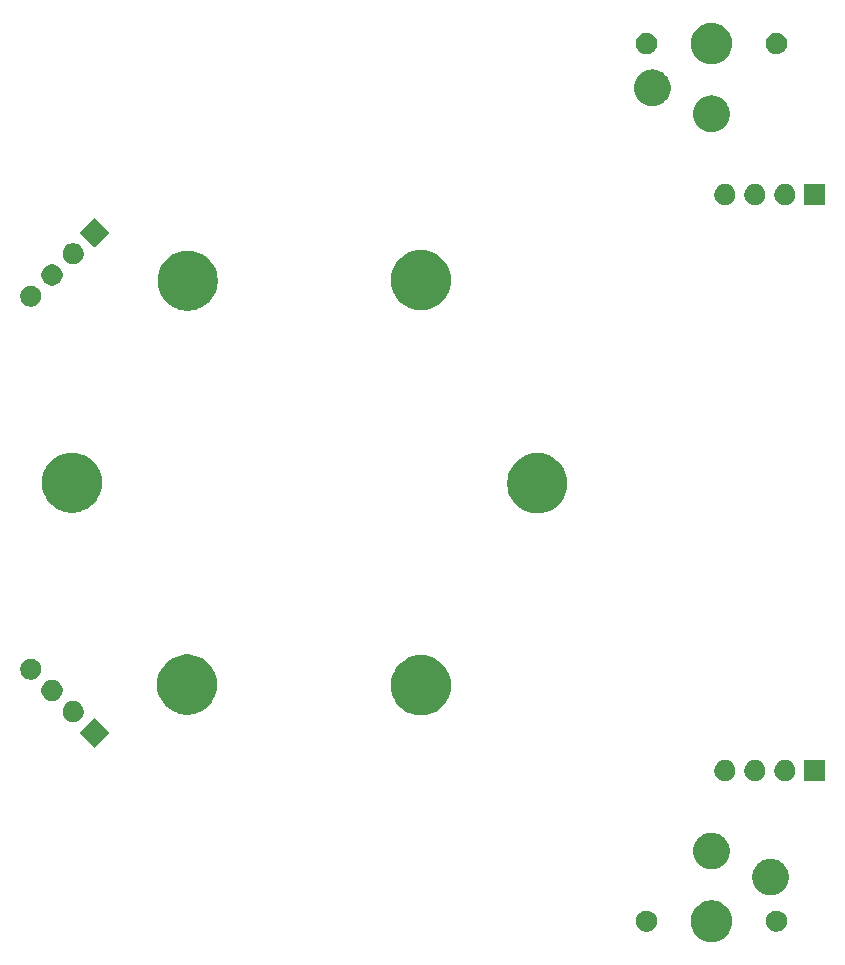
<source format=gbr>
G04 #@! TF.GenerationSoftware,KiCad,Pcbnew,9.0.2*
G04 #@! TF.CreationDate,2025-09-19T15:50:49-04:00*
G04 #@! TF.ProjectId,Trackball,54726163-6b62-4616-9c6c-2e6b69636164,rev?*
G04 #@! TF.SameCoordinates,Original*
G04 #@! TF.FileFunction,Soldermask,Top*
G04 #@! TF.FilePolarity,Negative*
%FSLAX46Y46*%
G04 Gerber Fmt 4.6, Leading zero omitted, Abs format (unit mm)*
G04 Created by KiCad (PCBNEW 9.0.2) date 2025-09-19 15:50:49*
%MOMM*%
%LPD*%
G01*
G04 APERTURE LIST*
G04 APERTURE END LIST*
G36*
X377187432Y-137002424D02*
G01*
X377410501Y-137062195D01*
X377623861Y-137150571D01*
X377823859Y-137266040D01*
X378007075Y-137406627D01*
X378170373Y-137569925D01*
X378310960Y-137753141D01*
X378426429Y-137953139D01*
X378514805Y-138166499D01*
X378574576Y-138389568D01*
X378604720Y-138618531D01*
X378604720Y-138849469D01*
X378574576Y-139078432D01*
X378514805Y-139301501D01*
X378426429Y-139514861D01*
X378310960Y-139714859D01*
X378170373Y-139898075D01*
X378007075Y-140061373D01*
X377823859Y-140201960D01*
X377623861Y-140317429D01*
X377410501Y-140405805D01*
X377187432Y-140465576D01*
X376958469Y-140495720D01*
X376727531Y-140495720D01*
X376498568Y-140465576D01*
X376275499Y-140405805D01*
X376062139Y-140317429D01*
X375862141Y-140201960D01*
X375678925Y-140061373D01*
X375515627Y-139898075D01*
X375375040Y-139714859D01*
X375259571Y-139514861D01*
X375171195Y-139301501D01*
X375111424Y-139078432D01*
X375081280Y-138849469D01*
X375081280Y-138618531D01*
X375111424Y-138389568D01*
X375171195Y-138166499D01*
X375259571Y-137953139D01*
X375375040Y-137753141D01*
X375515627Y-137569925D01*
X375678925Y-137406627D01*
X375862141Y-137266040D01*
X376062139Y-137150571D01*
X376275499Y-137062195D01*
X376498568Y-137002424D01*
X376727531Y-136972280D01*
X376958469Y-136972280D01*
X377187432Y-137002424D01*
G37*
G36*
X371604808Y-137870936D02*
G01*
X371768153Y-137938595D01*
X371915159Y-138036822D01*
X372040178Y-138161841D01*
X372138405Y-138308847D01*
X372206064Y-138472192D01*
X372240557Y-138645598D01*
X372240557Y-138822402D01*
X372206064Y-138995808D01*
X372138405Y-139159153D01*
X372040178Y-139306159D01*
X371915159Y-139431178D01*
X371768153Y-139529405D01*
X371604808Y-139597064D01*
X371431402Y-139631557D01*
X371254598Y-139631557D01*
X371081192Y-139597064D01*
X370917847Y-139529405D01*
X370770841Y-139431178D01*
X370645822Y-139306159D01*
X370547595Y-139159153D01*
X370479936Y-138995808D01*
X370445443Y-138822402D01*
X370445443Y-138645598D01*
X370479936Y-138472192D01*
X370547595Y-138308847D01*
X370645822Y-138161841D01*
X370770841Y-138036822D01*
X370917847Y-137938595D01*
X371081192Y-137870936D01*
X371254598Y-137836443D01*
X371431402Y-137836443D01*
X371604808Y-137870936D01*
G37*
G36*
X382604808Y-137870936D02*
G01*
X382768153Y-137938595D01*
X382915159Y-138036822D01*
X383040178Y-138161841D01*
X383138405Y-138308847D01*
X383206064Y-138472192D01*
X383240557Y-138645598D01*
X383240557Y-138822402D01*
X383206064Y-138995808D01*
X383138405Y-139159153D01*
X383040178Y-139306159D01*
X382915159Y-139431178D01*
X382768153Y-139529405D01*
X382604808Y-139597064D01*
X382431402Y-139631557D01*
X382254598Y-139631557D01*
X382081192Y-139597064D01*
X381917847Y-139529405D01*
X381770841Y-139431178D01*
X381645822Y-139306159D01*
X381547595Y-139159153D01*
X381479936Y-138995808D01*
X381445443Y-138822402D01*
X381445443Y-138645598D01*
X381479936Y-138472192D01*
X381547595Y-138308847D01*
X381645822Y-138161841D01*
X381770841Y-138036822D01*
X381917847Y-137938595D01*
X382081192Y-137870936D01*
X382254598Y-137836443D01*
X382431402Y-137836443D01*
X382604808Y-137870936D01*
G37*
G36*
X381953482Y-133437781D02*
G01*
X381964690Y-133437781D01*
X382019888Y-133446523D01*
X382145534Y-133463065D01*
X382176189Y-133471279D01*
X382205074Y-133475854D01*
X382260620Y-133493902D01*
X382341467Y-133515565D01*
X382393050Y-133536931D01*
X382436542Y-133551063D01*
X382477286Y-133571823D01*
X382528870Y-133593190D01*
X382601353Y-133635038D01*
X382653395Y-133661555D01*
X382677055Y-133678745D01*
X382704539Y-133694613D01*
X382805074Y-133771756D01*
X382850294Y-133804610D01*
X382858219Y-133812535D01*
X382865466Y-133818096D01*
X383008903Y-133961533D01*
X383014463Y-133968779D01*
X383022390Y-133976706D01*
X383055247Y-134021930D01*
X383132386Y-134122460D01*
X383148252Y-134149941D01*
X383165445Y-134173605D01*
X383191964Y-134225652D01*
X383233809Y-134298129D01*
X383255173Y-134349706D01*
X383275937Y-134390458D01*
X383290070Y-134433955D01*
X383311434Y-134485532D01*
X383333093Y-134566366D01*
X383351146Y-134621926D01*
X383355721Y-134650816D01*
X383363934Y-134681465D01*
X383380474Y-134807099D01*
X383389219Y-134862310D01*
X383389219Y-134873518D01*
X383390412Y-134882580D01*
X383390412Y-135085419D01*
X383389219Y-135094480D01*
X383389219Y-135105690D01*
X383380473Y-135160905D01*
X383363934Y-135286534D01*
X383355722Y-135317180D01*
X383351146Y-135346074D01*
X383333091Y-135401638D01*
X383311434Y-135482467D01*
X383290071Y-135534039D01*
X383275937Y-135577542D01*
X383255171Y-135618297D01*
X383233809Y-135669870D01*
X383191968Y-135742338D01*
X383165445Y-135794395D01*
X383148249Y-135818062D01*
X383132386Y-135845539D01*
X383055261Y-135946050D01*
X383022390Y-135991294D01*
X383014459Y-135999224D01*
X383008903Y-136006466D01*
X382865466Y-136149903D01*
X382858224Y-136155459D01*
X382850294Y-136163390D01*
X382805050Y-136196261D01*
X382704539Y-136273386D01*
X382677062Y-136289249D01*
X382653395Y-136306445D01*
X382601338Y-136332968D01*
X382528870Y-136374809D01*
X382477297Y-136396171D01*
X382436542Y-136416937D01*
X382393039Y-136431071D01*
X382341467Y-136452434D01*
X382260638Y-136474091D01*
X382205074Y-136492146D01*
X382176180Y-136496722D01*
X382145534Y-136504934D01*
X382019902Y-136521474D01*
X381964690Y-136530219D01*
X381953481Y-136530219D01*
X381944420Y-136531412D01*
X381741580Y-136531412D01*
X381732519Y-136530219D01*
X381721310Y-136530219D01*
X381666099Y-136521474D01*
X381540465Y-136504934D01*
X381509816Y-136496721D01*
X381480926Y-136492146D01*
X381425366Y-136474093D01*
X381344532Y-136452434D01*
X381292955Y-136431070D01*
X381249458Y-136416937D01*
X381208706Y-136396173D01*
X381157129Y-136374809D01*
X381084652Y-136332964D01*
X381032605Y-136306445D01*
X381008941Y-136289252D01*
X380981460Y-136273386D01*
X380880930Y-136196247D01*
X380835706Y-136163390D01*
X380827779Y-136155463D01*
X380820533Y-136149903D01*
X380677096Y-136006466D01*
X380671535Y-135999219D01*
X380663610Y-135991294D01*
X380630756Y-135946074D01*
X380553613Y-135845539D01*
X380537745Y-135818055D01*
X380520555Y-135794395D01*
X380494038Y-135742353D01*
X380452190Y-135669870D01*
X380430823Y-135618286D01*
X380410063Y-135577542D01*
X380395931Y-135534050D01*
X380374565Y-135482467D01*
X380352902Y-135401620D01*
X380334854Y-135346074D01*
X380330279Y-135317189D01*
X380322065Y-135286534D01*
X380305524Y-135160891D01*
X380296781Y-135105690D01*
X380296781Y-135094480D01*
X380295588Y-135085419D01*
X380295588Y-134882580D01*
X380296781Y-134873518D01*
X380296781Y-134862310D01*
X380305523Y-134807113D01*
X380322065Y-134681465D01*
X380330279Y-134650807D01*
X380334854Y-134621926D01*
X380352900Y-134566383D01*
X380374565Y-134485532D01*
X380395933Y-134433944D01*
X380410063Y-134390458D01*
X380430821Y-134349717D01*
X380452190Y-134298129D01*
X380494042Y-134225637D01*
X380520555Y-134173605D01*
X380537742Y-134149948D01*
X380553613Y-134122460D01*
X380630770Y-134021906D01*
X380663610Y-133976706D01*
X380671532Y-133968783D01*
X380677096Y-133961533D01*
X380820533Y-133818096D01*
X380827783Y-133812532D01*
X380835706Y-133804610D01*
X380880906Y-133771770D01*
X380981460Y-133694613D01*
X381008948Y-133678742D01*
X381032605Y-133661555D01*
X381084637Y-133635042D01*
X381157129Y-133593190D01*
X381208717Y-133571821D01*
X381249458Y-133551063D01*
X381292944Y-133536933D01*
X381344532Y-133515565D01*
X381425383Y-133493900D01*
X381480926Y-133475854D01*
X381509807Y-133471279D01*
X381540465Y-133463065D01*
X381666113Y-133446523D01*
X381721310Y-133437781D01*
X381732518Y-133437781D01*
X381741580Y-133436588D01*
X381944420Y-133436588D01*
X381953482Y-133437781D01*
G37*
G36*
X376953482Y-131237781D02*
G01*
X376964690Y-131237781D01*
X377019888Y-131246523D01*
X377145534Y-131263065D01*
X377176189Y-131271279D01*
X377205074Y-131275854D01*
X377260620Y-131293902D01*
X377341467Y-131315565D01*
X377393050Y-131336931D01*
X377436542Y-131351063D01*
X377477286Y-131371823D01*
X377528870Y-131393190D01*
X377601353Y-131435038D01*
X377653395Y-131461555D01*
X377677055Y-131478745D01*
X377704539Y-131494613D01*
X377805074Y-131571756D01*
X377850294Y-131604610D01*
X377858219Y-131612535D01*
X377865466Y-131618096D01*
X378008903Y-131761533D01*
X378014463Y-131768779D01*
X378022390Y-131776706D01*
X378055247Y-131821930D01*
X378132386Y-131922460D01*
X378148252Y-131949941D01*
X378165445Y-131973605D01*
X378191964Y-132025652D01*
X378233809Y-132098129D01*
X378255173Y-132149706D01*
X378275937Y-132190458D01*
X378290070Y-132233955D01*
X378311434Y-132285532D01*
X378333093Y-132366366D01*
X378351146Y-132421926D01*
X378355721Y-132450816D01*
X378363934Y-132481465D01*
X378380474Y-132607099D01*
X378389219Y-132662310D01*
X378389219Y-132673518D01*
X378390412Y-132682580D01*
X378390412Y-132885419D01*
X378389219Y-132894480D01*
X378389219Y-132905690D01*
X378380473Y-132960905D01*
X378363934Y-133086534D01*
X378355722Y-133117180D01*
X378351146Y-133146074D01*
X378333091Y-133201638D01*
X378311434Y-133282467D01*
X378290071Y-133334039D01*
X378275937Y-133377542D01*
X378255171Y-133418297D01*
X378233809Y-133469870D01*
X378191968Y-133542338D01*
X378165445Y-133594395D01*
X378148249Y-133618062D01*
X378132386Y-133645539D01*
X378055261Y-133746050D01*
X378022390Y-133791294D01*
X378014459Y-133799224D01*
X378008903Y-133806466D01*
X377865466Y-133949903D01*
X377858224Y-133955459D01*
X377850294Y-133963390D01*
X377805050Y-133996261D01*
X377704539Y-134073386D01*
X377677062Y-134089249D01*
X377653395Y-134106445D01*
X377601338Y-134132968D01*
X377528870Y-134174809D01*
X377477297Y-134196171D01*
X377436542Y-134216937D01*
X377393039Y-134231071D01*
X377341467Y-134252434D01*
X377260638Y-134274091D01*
X377205074Y-134292146D01*
X377176180Y-134296722D01*
X377145534Y-134304934D01*
X377019902Y-134321474D01*
X376964690Y-134330219D01*
X376953481Y-134330219D01*
X376944420Y-134331412D01*
X376741580Y-134331412D01*
X376732519Y-134330219D01*
X376721310Y-134330219D01*
X376666099Y-134321474D01*
X376540465Y-134304934D01*
X376509816Y-134296721D01*
X376480926Y-134292146D01*
X376425366Y-134274093D01*
X376344532Y-134252434D01*
X376292955Y-134231070D01*
X376249458Y-134216937D01*
X376208706Y-134196173D01*
X376157129Y-134174809D01*
X376084652Y-134132964D01*
X376032605Y-134106445D01*
X376008941Y-134089252D01*
X375981460Y-134073386D01*
X375880930Y-133996247D01*
X375835706Y-133963390D01*
X375827779Y-133955463D01*
X375820533Y-133949903D01*
X375677096Y-133806466D01*
X375671535Y-133799219D01*
X375663610Y-133791294D01*
X375630756Y-133746074D01*
X375553613Y-133645539D01*
X375537745Y-133618055D01*
X375520555Y-133594395D01*
X375494038Y-133542353D01*
X375452190Y-133469870D01*
X375430823Y-133418286D01*
X375410063Y-133377542D01*
X375395931Y-133334050D01*
X375374565Y-133282467D01*
X375352902Y-133201620D01*
X375334854Y-133146074D01*
X375330279Y-133117189D01*
X375322065Y-133086534D01*
X375305524Y-132960891D01*
X375296781Y-132905690D01*
X375296781Y-132894480D01*
X375295588Y-132885419D01*
X375295588Y-132682580D01*
X375296781Y-132673518D01*
X375296781Y-132662310D01*
X375305523Y-132607113D01*
X375322065Y-132481465D01*
X375330279Y-132450807D01*
X375334854Y-132421926D01*
X375352900Y-132366383D01*
X375374565Y-132285532D01*
X375395933Y-132233944D01*
X375410063Y-132190458D01*
X375430821Y-132149717D01*
X375452190Y-132098129D01*
X375494042Y-132025637D01*
X375520555Y-131973605D01*
X375537742Y-131949948D01*
X375553613Y-131922460D01*
X375630770Y-131821906D01*
X375663610Y-131776706D01*
X375671532Y-131768783D01*
X375677096Y-131761533D01*
X375820533Y-131618096D01*
X375827783Y-131612532D01*
X375835706Y-131604610D01*
X375880906Y-131571770D01*
X375981460Y-131494613D01*
X376008948Y-131478742D01*
X376032605Y-131461555D01*
X376084637Y-131435042D01*
X376157129Y-131393190D01*
X376208717Y-131371821D01*
X376249458Y-131351063D01*
X376292944Y-131336933D01*
X376344532Y-131315565D01*
X376425383Y-131293900D01*
X376480926Y-131275854D01*
X376509807Y-131271279D01*
X376540465Y-131263065D01*
X376666113Y-131246523D01*
X376721310Y-131237781D01*
X376732518Y-131237781D01*
X376741580Y-131236588D01*
X376944420Y-131236588D01*
X376953482Y-131237781D01*
G37*
G36*
X386462517Y-125086882D02*
G01*
X386479062Y-125097938D01*
X386490118Y-125114483D01*
X386494000Y-125134000D01*
X386494000Y-126834000D01*
X386490118Y-126853517D01*
X386479062Y-126870062D01*
X386462517Y-126881118D01*
X386443000Y-126885000D01*
X384743000Y-126885000D01*
X384723483Y-126881118D01*
X384706938Y-126870062D01*
X384695882Y-126853517D01*
X384692000Y-126834000D01*
X384692000Y-125134000D01*
X384695882Y-125114483D01*
X384706938Y-125097938D01*
X384723483Y-125086882D01*
X384743000Y-125083000D01*
X386443000Y-125083000D01*
X386462517Y-125086882D01*
G37*
G36*
X378234546Y-125121797D02*
G01*
X378397728Y-125189389D01*
X378544588Y-125287518D01*
X378669482Y-125412412D01*
X378767611Y-125559272D01*
X378835203Y-125722454D01*
X378869661Y-125895687D01*
X378869661Y-126072313D01*
X378835203Y-126245546D01*
X378767611Y-126408728D01*
X378669482Y-126555588D01*
X378544588Y-126680482D01*
X378397728Y-126778611D01*
X378234546Y-126846203D01*
X378061313Y-126880661D01*
X377884687Y-126880661D01*
X377711454Y-126846203D01*
X377548272Y-126778611D01*
X377401412Y-126680482D01*
X377276518Y-126555588D01*
X377178389Y-126408728D01*
X377110797Y-126245546D01*
X377076339Y-126072313D01*
X377076339Y-125895687D01*
X377110797Y-125722454D01*
X377178389Y-125559272D01*
X377276518Y-125412412D01*
X377401412Y-125287518D01*
X377548272Y-125189389D01*
X377711454Y-125121797D01*
X377884687Y-125087339D01*
X378061313Y-125087339D01*
X378234546Y-125121797D01*
G37*
G36*
X380774546Y-125121797D02*
G01*
X380937728Y-125189389D01*
X381084588Y-125287518D01*
X381209482Y-125412412D01*
X381307611Y-125559272D01*
X381375203Y-125722454D01*
X381409661Y-125895687D01*
X381409661Y-126072313D01*
X381375203Y-126245546D01*
X381307611Y-126408728D01*
X381209482Y-126555588D01*
X381084588Y-126680482D01*
X380937728Y-126778611D01*
X380774546Y-126846203D01*
X380601313Y-126880661D01*
X380424687Y-126880661D01*
X380251454Y-126846203D01*
X380088272Y-126778611D01*
X379941412Y-126680482D01*
X379816518Y-126555588D01*
X379718389Y-126408728D01*
X379650797Y-126245546D01*
X379616339Y-126072313D01*
X379616339Y-125895687D01*
X379650797Y-125722454D01*
X379718389Y-125559272D01*
X379816518Y-125412412D01*
X379941412Y-125287518D01*
X380088272Y-125189389D01*
X380251454Y-125121797D01*
X380424687Y-125087339D01*
X380601313Y-125087339D01*
X380774546Y-125121797D01*
G37*
G36*
X383314546Y-125121797D02*
G01*
X383477728Y-125189389D01*
X383624588Y-125287518D01*
X383749482Y-125412412D01*
X383847611Y-125559272D01*
X383915203Y-125722454D01*
X383949661Y-125895687D01*
X383949661Y-126072313D01*
X383915203Y-126245546D01*
X383847611Y-126408728D01*
X383749482Y-126555588D01*
X383624588Y-126680482D01*
X383477728Y-126778611D01*
X383314546Y-126846203D01*
X383141313Y-126880661D01*
X382964687Y-126880661D01*
X382791454Y-126846203D01*
X382628272Y-126778611D01*
X382481412Y-126680482D01*
X382356518Y-126555588D01*
X382258389Y-126408728D01*
X382190797Y-126245546D01*
X382156339Y-126072313D01*
X382156339Y-125895687D01*
X382190797Y-125722454D01*
X382258389Y-125559272D01*
X382356518Y-125412412D01*
X382481412Y-125287518D01*
X382628272Y-125189389D01*
X382791454Y-125121797D01*
X382964687Y-125087339D01*
X383141313Y-125087339D01*
X383314546Y-125121797D01*
G37*
G36*
X324618466Y-121536851D02*
G01*
X324635011Y-121547907D01*
X325837093Y-122749989D01*
X325848149Y-122766534D01*
X325852030Y-122786051D01*
X325848149Y-122805568D01*
X325837093Y-122822113D01*
X324635011Y-124024195D01*
X324618466Y-124035251D01*
X324598949Y-124039132D01*
X324579432Y-124035251D01*
X324562887Y-124024195D01*
X323360805Y-122822113D01*
X323349749Y-122805568D01*
X323345868Y-122786051D01*
X323349749Y-122766534D01*
X323360805Y-122749989D01*
X324224734Y-121886060D01*
X324554182Y-121556611D01*
X324554185Y-121556608D01*
X324562887Y-121547907D01*
X324579432Y-121536851D01*
X324598949Y-121532970D01*
X324618466Y-121536851D01*
G37*
G36*
X323064444Y-120127797D02*
G01*
X323227626Y-120195389D01*
X323374486Y-120293518D01*
X323499380Y-120418412D01*
X323597509Y-120565272D01*
X323665101Y-120728454D01*
X323699559Y-120901687D01*
X323699559Y-121078313D01*
X323665101Y-121251546D01*
X323597509Y-121414728D01*
X323499380Y-121561588D01*
X323374486Y-121686482D01*
X323227626Y-121784611D01*
X323064444Y-121852203D01*
X322891211Y-121886661D01*
X322714585Y-121886661D01*
X322541352Y-121852203D01*
X322378170Y-121784611D01*
X322231310Y-121686482D01*
X322106416Y-121561588D01*
X322008287Y-121414728D01*
X321940695Y-121251546D01*
X321906237Y-121078313D01*
X321906237Y-120901687D01*
X321940695Y-120728454D01*
X322008287Y-120565272D01*
X322106416Y-120418412D01*
X322231310Y-120293518D01*
X322378170Y-120195389D01*
X322541352Y-120127797D01*
X322714585Y-120093339D01*
X322891211Y-120093339D01*
X323064444Y-120127797D01*
G37*
G36*
X352677308Y-116235043D02*
G01*
X352956207Y-116298700D01*
X353226225Y-116393183D01*
X353483967Y-116517305D01*
X353726190Y-116669504D01*
X353949850Y-116847867D01*
X354152133Y-117050150D01*
X354330496Y-117273810D01*
X354482695Y-117516033D01*
X354606817Y-117773775D01*
X354701300Y-118043793D01*
X354764957Y-118322692D01*
X354796987Y-118606964D01*
X354796987Y-118893036D01*
X354764957Y-119177308D01*
X354701300Y-119456207D01*
X354606817Y-119726225D01*
X354482695Y-119983967D01*
X354330496Y-120226190D01*
X354152133Y-120449850D01*
X353949850Y-120652133D01*
X353726190Y-120830496D01*
X353483967Y-120982695D01*
X353226225Y-121106817D01*
X352956207Y-121201300D01*
X352677308Y-121264957D01*
X352393036Y-121296987D01*
X352106964Y-121296987D01*
X351822692Y-121264957D01*
X351543793Y-121201300D01*
X351273775Y-121106817D01*
X351016033Y-120982695D01*
X350773810Y-120830496D01*
X350550150Y-120652133D01*
X350347867Y-120449850D01*
X350169504Y-120226190D01*
X350017305Y-119983967D01*
X349893183Y-119726225D01*
X349798700Y-119456207D01*
X349735043Y-119177308D01*
X349703013Y-118893036D01*
X349703013Y-118606964D01*
X349735043Y-118322692D01*
X349798700Y-118043793D01*
X349893183Y-117773775D01*
X350017305Y-117516033D01*
X350169504Y-117273810D01*
X350347867Y-117050150D01*
X350550150Y-116847867D01*
X350773810Y-116669504D01*
X351016033Y-116517305D01*
X351273775Y-116393183D01*
X351543793Y-116298700D01*
X351822692Y-116235043D01*
X352106964Y-116203013D01*
X352393036Y-116203013D01*
X352677308Y-116235043D01*
G37*
G36*
X332877308Y-116185043D02*
G01*
X333156207Y-116248700D01*
X333426225Y-116343183D01*
X333683967Y-116467305D01*
X333926190Y-116619504D01*
X334149850Y-116797867D01*
X334352133Y-117000150D01*
X334530496Y-117223810D01*
X334682695Y-117466033D01*
X334806817Y-117723775D01*
X334901300Y-117993793D01*
X334964957Y-118272692D01*
X334996987Y-118556964D01*
X334996987Y-118843036D01*
X334964957Y-119127308D01*
X334901300Y-119406207D01*
X334806817Y-119676225D01*
X334682695Y-119933967D01*
X334530496Y-120176190D01*
X334352133Y-120399850D01*
X334149850Y-120602133D01*
X333926190Y-120780496D01*
X333683967Y-120932695D01*
X333426225Y-121056817D01*
X333156207Y-121151300D01*
X332877308Y-121214957D01*
X332593036Y-121246987D01*
X332306964Y-121246987D01*
X332022692Y-121214957D01*
X331743793Y-121151300D01*
X331473775Y-121056817D01*
X331216033Y-120932695D01*
X330973810Y-120780496D01*
X330750150Y-120602133D01*
X330547867Y-120399850D01*
X330369504Y-120176190D01*
X330217305Y-119933967D01*
X330093183Y-119676225D01*
X329998700Y-119406207D01*
X329935043Y-119127308D01*
X329903013Y-118843036D01*
X329903013Y-118556964D01*
X329935043Y-118272692D01*
X329998700Y-117993793D01*
X330093183Y-117723775D01*
X330217305Y-117466033D01*
X330369504Y-117223810D01*
X330547867Y-117000150D01*
X330750150Y-116797867D01*
X330973810Y-116619504D01*
X331216033Y-116467305D01*
X331473775Y-116343183D01*
X331743793Y-116248700D01*
X332022692Y-116185043D01*
X332306964Y-116153013D01*
X332593036Y-116153013D01*
X332877308Y-116185043D01*
G37*
G36*
X321268393Y-118331746D02*
G01*
X321431575Y-118399338D01*
X321578435Y-118497467D01*
X321703329Y-118622361D01*
X321801458Y-118769221D01*
X321869050Y-118932403D01*
X321903508Y-119105636D01*
X321903508Y-119282262D01*
X321869050Y-119455495D01*
X321801458Y-119618677D01*
X321703329Y-119765537D01*
X321578435Y-119890431D01*
X321431575Y-119988560D01*
X321268393Y-120056152D01*
X321095160Y-120090610D01*
X320918534Y-120090610D01*
X320745301Y-120056152D01*
X320582119Y-119988560D01*
X320435259Y-119890431D01*
X320310365Y-119765537D01*
X320212236Y-119618677D01*
X320144644Y-119455495D01*
X320110186Y-119282262D01*
X320110186Y-119105636D01*
X320144644Y-118932403D01*
X320212236Y-118769221D01*
X320310365Y-118622361D01*
X320435259Y-118497467D01*
X320582119Y-118399338D01*
X320745301Y-118331746D01*
X320918534Y-118297288D01*
X321095160Y-118297288D01*
X321268393Y-118331746D01*
G37*
G36*
X319472341Y-116535694D02*
G01*
X319635523Y-116603286D01*
X319782383Y-116701415D01*
X319907277Y-116826309D01*
X320005406Y-116973169D01*
X320072998Y-117136351D01*
X320107456Y-117309584D01*
X320107456Y-117486210D01*
X320072998Y-117659443D01*
X320005406Y-117822625D01*
X319907277Y-117969485D01*
X319782383Y-118094379D01*
X319635523Y-118192508D01*
X319472341Y-118260100D01*
X319299108Y-118294558D01*
X319122482Y-118294558D01*
X318949249Y-118260100D01*
X318786067Y-118192508D01*
X318639207Y-118094379D01*
X318514313Y-117969485D01*
X318416184Y-117822625D01*
X318348592Y-117659443D01*
X318314134Y-117486210D01*
X318314134Y-117309584D01*
X318348592Y-117136351D01*
X318416184Y-116973169D01*
X318514313Y-116826309D01*
X318639207Y-116701415D01*
X318786067Y-116603286D01*
X318949249Y-116535694D01*
X319122482Y-116501236D01*
X319299108Y-116501236D01*
X319472341Y-116535694D01*
G37*
G36*
X362527308Y-99135043D02*
G01*
X362806207Y-99198700D01*
X363076225Y-99293183D01*
X363333967Y-99417305D01*
X363576190Y-99569504D01*
X363799850Y-99747867D01*
X364002133Y-99950150D01*
X364180496Y-100173810D01*
X364332695Y-100416033D01*
X364456817Y-100673775D01*
X364551300Y-100943793D01*
X364614957Y-101222692D01*
X364646987Y-101506964D01*
X364646987Y-101793036D01*
X364614957Y-102077308D01*
X364551300Y-102356207D01*
X364456817Y-102626225D01*
X364332695Y-102883967D01*
X364180496Y-103126190D01*
X364002133Y-103349850D01*
X363799850Y-103552133D01*
X363576190Y-103730496D01*
X363333967Y-103882695D01*
X363076225Y-104006817D01*
X362806207Y-104101300D01*
X362527308Y-104164957D01*
X362243036Y-104196987D01*
X361956964Y-104196987D01*
X361672692Y-104164957D01*
X361393793Y-104101300D01*
X361123775Y-104006817D01*
X360866033Y-103882695D01*
X360623810Y-103730496D01*
X360400150Y-103552133D01*
X360197867Y-103349850D01*
X360019504Y-103126190D01*
X359867305Y-102883967D01*
X359743183Y-102626225D01*
X359648700Y-102356207D01*
X359585043Y-102077308D01*
X359553013Y-101793036D01*
X359553013Y-101506964D01*
X359585043Y-101222692D01*
X359648700Y-100943793D01*
X359743183Y-100673775D01*
X359867305Y-100416033D01*
X360019504Y-100173810D01*
X360197867Y-99950150D01*
X360400150Y-99747867D01*
X360623810Y-99569504D01*
X360866033Y-99417305D01*
X361123775Y-99293183D01*
X361393793Y-99198700D01*
X361672692Y-99135043D01*
X361956964Y-99103013D01*
X362243036Y-99103013D01*
X362527308Y-99135043D01*
G37*
G36*
X323127308Y-99085043D02*
G01*
X323406207Y-99148700D01*
X323676225Y-99243183D01*
X323933967Y-99367305D01*
X324176190Y-99519504D01*
X324399850Y-99697867D01*
X324602133Y-99900150D01*
X324780496Y-100123810D01*
X324932695Y-100366033D01*
X325056817Y-100623775D01*
X325151300Y-100893793D01*
X325214957Y-101172692D01*
X325246987Y-101456964D01*
X325246987Y-101743036D01*
X325214957Y-102027308D01*
X325151300Y-102306207D01*
X325056817Y-102576225D01*
X324932695Y-102833967D01*
X324780496Y-103076190D01*
X324602133Y-103299850D01*
X324399850Y-103502133D01*
X324176190Y-103680496D01*
X323933967Y-103832695D01*
X323676225Y-103956817D01*
X323406207Y-104051300D01*
X323127308Y-104114957D01*
X322843036Y-104146987D01*
X322556964Y-104146987D01*
X322272692Y-104114957D01*
X321993793Y-104051300D01*
X321723775Y-103956817D01*
X321466033Y-103832695D01*
X321223810Y-103680496D01*
X321000150Y-103502133D01*
X320797867Y-103299850D01*
X320619504Y-103076190D01*
X320467305Y-102833967D01*
X320343183Y-102576225D01*
X320248700Y-102306207D01*
X320185043Y-102027308D01*
X320153013Y-101743036D01*
X320153013Y-101456964D01*
X320185043Y-101172692D01*
X320248700Y-100893793D01*
X320343183Y-100623775D01*
X320467305Y-100366033D01*
X320619504Y-100123810D01*
X320797867Y-99900150D01*
X321000150Y-99697867D01*
X321223810Y-99519504D01*
X321466033Y-99367305D01*
X321723775Y-99243183D01*
X321993793Y-99148700D01*
X322272692Y-99085043D01*
X322556964Y-99053013D01*
X322843036Y-99053013D01*
X323127308Y-99085043D01*
G37*
G36*
X332927308Y-81985043D02*
G01*
X333206207Y-82048700D01*
X333476225Y-82143183D01*
X333733967Y-82267305D01*
X333976190Y-82419504D01*
X334199850Y-82597867D01*
X334402133Y-82800150D01*
X334580496Y-83023810D01*
X334732695Y-83266033D01*
X334856817Y-83523775D01*
X334951300Y-83793793D01*
X335014957Y-84072692D01*
X335046987Y-84356964D01*
X335046987Y-84643036D01*
X335014957Y-84927308D01*
X334951300Y-85206207D01*
X334856817Y-85476225D01*
X334732695Y-85733967D01*
X334580496Y-85976190D01*
X334402133Y-86199850D01*
X334199850Y-86402133D01*
X333976190Y-86580496D01*
X333733967Y-86732695D01*
X333476225Y-86856817D01*
X333206207Y-86951300D01*
X332927308Y-87014957D01*
X332643036Y-87046987D01*
X332356964Y-87046987D01*
X332072692Y-87014957D01*
X331793793Y-86951300D01*
X331523775Y-86856817D01*
X331266033Y-86732695D01*
X331023810Y-86580496D01*
X330800150Y-86402133D01*
X330597867Y-86199850D01*
X330419504Y-85976190D01*
X330267305Y-85733967D01*
X330143183Y-85476225D01*
X330048700Y-85206207D01*
X329985043Y-84927308D01*
X329953013Y-84643036D01*
X329953013Y-84356964D01*
X329985043Y-84072692D01*
X330048700Y-83793793D01*
X330143183Y-83523775D01*
X330267305Y-83266033D01*
X330419504Y-83023810D01*
X330597867Y-82800150D01*
X330800150Y-82597867D01*
X331023810Y-82419504D01*
X331266033Y-82267305D01*
X331523775Y-82143183D01*
X331793793Y-82048700D01*
X332072692Y-81985043D01*
X332356964Y-81953013D01*
X332643036Y-81953013D01*
X332927308Y-81985043D01*
G37*
G36*
X352677308Y-81935043D02*
G01*
X352956207Y-81998700D01*
X353226225Y-82093183D01*
X353483967Y-82217305D01*
X353726190Y-82369504D01*
X353949850Y-82547867D01*
X354152133Y-82750150D01*
X354330496Y-82973810D01*
X354482695Y-83216033D01*
X354606817Y-83473775D01*
X354701300Y-83743793D01*
X354764957Y-84022692D01*
X354796987Y-84306964D01*
X354796987Y-84593036D01*
X354764957Y-84877308D01*
X354701300Y-85156207D01*
X354606817Y-85426225D01*
X354482695Y-85683967D01*
X354330496Y-85926190D01*
X354152133Y-86149850D01*
X353949850Y-86352133D01*
X353726190Y-86530496D01*
X353483967Y-86682695D01*
X353226225Y-86806817D01*
X352956207Y-86901300D01*
X352677308Y-86964957D01*
X352393036Y-86996987D01*
X352106964Y-86996987D01*
X351822692Y-86964957D01*
X351543793Y-86901300D01*
X351273775Y-86806817D01*
X351016033Y-86682695D01*
X350773810Y-86530496D01*
X350550150Y-86352133D01*
X350347867Y-86149850D01*
X350169504Y-85926190D01*
X350017305Y-85683967D01*
X349893183Y-85426225D01*
X349798700Y-85156207D01*
X349735043Y-84877308D01*
X349703013Y-84593036D01*
X349703013Y-84306964D01*
X349735043Y-84022692D01*
X349798700Y-83743793D01*
X349893183Y-83473775D01*
X350017305Y-83216033D01*
X350169504Y-82973810D01*
X350347867Y-82750150D01*
X350550150Y-82547867D01*
X350773810Y-82369504D01*
X351016033Y-82217305D01*
X351273775Y-82093183D01*
X351543793Y-81998700D01*
X351822692Y-81935043D01*
X352106964Y-81903013D01*
X352393036Y-81903013D01*
X352677308Y-81935043D01*
G37*
G36*
X319472341Y-84949900D02*
G01*
X319635523Y-85017492D01*
X319782383Y-85115621D01*
X319907277Y-85240515D01*
X320005406Y-85387375D01*
X320072998Y-85550557D01*
X320107456Y-85723790D01*
X320107456Y-85900416D01*
X320072998Y-86073649D01*
X320005406Y-86236831D01*
X319907277Y-86383691D01*
X319782383Y-86508585D01*
X319635523Y-86606714D01*
X319472341Y-86674306D01*
X319299108Y-86708764D01*
X319122482Y-86708764D01*
X318949249Y-86674306D01*
X318786067Y-86606714D01*
X318639207Y-86508585D01*
X318514313Y-86383691D01*
X318416184Y-86236831D01*
X318348592Y-86073649D01*
X318314134Y-85900416D01*
X318314134Y-85723790D01*
X318348592Y-85550557D01*
X318416184Y-85387375D01*
X318514313Y-85240515D01*
X318639207Y-85115621D01*
X318786067Y-85017492D01*
X318949249Y-84949900D01*
X319122482Y-84915442D01*
X319299108Y-84915442D01*
X319472341Y-84949900D01*
G37*
G36*
X321268393Y-83153848D02*
G01*
X321431575Y-83221440D01*
X321578435Y-83319569D01*
X321703329Y-83444463D01*
X321801458Y-83591323D01*
X321869050Y-83754505D01*
X321903508Y-83927738D01*
X321903508Y-84104364D01*
X321869050Y-84277597D01*
X321801458Y-84440779D01*
X321703329Y-84587639D01*
X321578435Y-84712533D01*
X321431575Y-84810662D01*
X321268393Y-84878254D01*
X321095160Y-84912712D01*
X320918534Y-84912712D01*
X320745301Y-84878254D01*
X320582119Y-84810662D01*
X320435259Y-84712533D01*
X320310365Y-84587639D01*
X320212236Y-84440779D01*
X320144644Y-84277597D01*
X320110186Y-84104364D01*
X320110186Y-83927738D01*
X320144644Y-83754505D01*
X320212236Y-83591323D01*
X320310365Y-83444463D01*
X320435259Y-83319569D01*
X320582119Y-83221440D01*
X320745301Y-83153848D01*
X320918534Y-83119390D01*
X321095160Y-83119390D01*
X321268393Y-83153848D01*
G37*
G36*
X323064444Y-81357797D02*
G01*
X323227626Y-81425389D01*
X323374486Y-81523518D01*
X323499380Y-81648412D01*
X323597509Y-81795272D01*
X323665101Y-81958454D01*
X323699559Y-82131687D01*
X323699559Y-82308313D01*
X323665101Y-82481546D01*
X323597509Y-82644728D01*
X323499380Y-82791588D01*
X323374486Y-82916482D01*
X323227626Y-83014611D01*
X323064444Y-83082203D01*
X322891211Y-83116661D01*
X322714585Y-83116661D01*
X322541352Y-83082203D01*
X322378170Y-83014611D01*
X322231310Y-82916482D01*
X322106416Y-82791588D01*
X322008287Y-82644728D01*
X321940695Y-82481546D01*
X321906237Y-82308313D01*
X321906237Y-82131687D01*
X321940695Y-81958454D01*
X322008287Y-81795272D01*
X322106416Y-81648412D01*
X322231310Y-81523518D01*
X322378170Y-81425389D01*
X322541352Y-81357797D01*
X322714585Y-81323339D01*
X322891211Y-81323339D01*
X323064444Y-81357797D01*
G37*
G36*
X324618466Y-79174749D02*
G01*
X324635011Y-79185805D01*
X325837093Y-80387887D01*
X325848149Y-80404432D01*
X325852030Y-80423949D01*
X325848149Y-80443466D01*
X325837093Y-80460011D01*
X324635011Y-81662093D01*
X324618466Y-81673149D01*
X324598949Y-81677030D01*
X324579432Y-81673149D01*
X324562887Y-81662093D01*
X323360805Y-80460011D01*
X323349749Y-80443466D01*
X323345868Y-80423949D01*
X323349749Y-80404432D01*
X323360805Y-80387887D01*
X323961846Y-79786846D01*
X324554182Y-79194509D01*
X324554185Y-79194506D01*
X324562887Y-79185805D01*
X324579432Y-79174749D01*
X324598949Y-79170868D01*
X324618466Y-79174749D01*
G37*
G36*
X386462517Y-76318882D02*
G01*
X386479062Y-76329938D01*
X386490118Y-76346483D01*
X386494000Y-76366000D01*
X386494000Y-78066000D01*
X386490118Y-78085517D01*
X386479062Y-78102062D01*
X386462517Y-78113118D01*
X386443000Y-78117000D01*
X384743000Y-78117000D01*
X384723483Y-78113118D01*
X384706938Y-78102062D01*
X384695882Y-78085517D01*
X384692000Y-78066000D01*
X384692000Y-76366000D01*
X384695882Y-76346483D01*
X384706938Y-76329938D01*
X384723483Y-76318882D01*
X384743000Y-76315000D01*
X386443000Y-76315000D01*
X386462517Y-76318882D01*
G37*
G36*
X378234546Y-76353797D02*
G01*
X378397728Y-76421389D01*
X378544588Y-76519518D01*
X378669482Y-76644412D01*
X378767611Y-76791272D01*
X378835203Y-76954454D01*
X378869661Y-77127687D01*
X378869661Y-77304313D01*
X378835203Y-77477546D01*
X378767611Y-77640728D01*
X378669482Y-77787588D01*
X378544588Y-77912482D01*
X378397728Y-78010611D01*
X378234546Y-78078203D01*
X378061313Y-78112661D01*
X377884687Y-78112661D01*
X377711454Y-78078203D01*
X377548272Y-78010611D01*
X377401412Y-77912482D01*
X377276518Y-77787588D01*
X377178389Y-77640728D01*
X377110797Y-77477546D01*
X377076339Y-77304313D01*
X377076339Y-77127687D01*
X377110797Y-76954454D01*
X377178389Y-76791272D01*
X377276518Y-76644412D01*
X377401412Y-76519518D01*
X377548272Y-76421389D01*
X377711454Y-76353797D01*
X377884687Y-76319339D01*
X378061313Y-76319339D01*
X378234546Y-76353797D01*
G37*
G36*
X380774546Y-76353797D02*
G01*
X380937728Y-76421389D01*
X381084588Y-76519518D01*
X381209482Y-76644412D01*
X381307611Y-76791272D01*
X381375203Y-76954454D01*
X381409661Y-77127687D01*
X381409661Y-77304313D01*
X381375203Y-77477546D01*
X381307611Y-77640728D01*
X381209482Y-77787588D01*
X381084588Y-77912482D01*
X380937728Y-78010611D01*
X380774546Y-78078203D01*
X380601313Y-78112661D01*
X380424687Y-78112661D01*
X380251454Y-78078203D01*
X380088272Y-78010611D01*
X379941412Y-77912482D01*
X379816518Y-77787588D01*
X379718389Y-77640728D01*
X379650797Y-77477546D01*
X379616339Y-77304313D01*
X379616339Y-77127687D01*
X379650797Y-76954454D01*
X379718389Y-76791272D01*
X379816518Y-76644412D01*
X379941412Y-76519518D01*
X380088272Y-76421389D01*
X380251454Y-76353797D01*
X380424687Y-76319339D01*
X380601313Y-76319339D01*
X380774546Y-76353797D01*
G37*
G36*
X383314546Y-76353797D02*
G01*
X383477728Y-76421389D01*
X383624588Y-76519518D01*
X383749482Y-76644412D01*
X383847611Y-76791272D01*
X383915203Y-76954454D01*
X383949661Y-77127687D01*
X383949661Y-77304313D01*
X383915203Y-77477546D01*
X383847611Y-77640728D01*
X383749482Y-77787588D01*
X383624588Y-77912482D01*
X383477728Y-78010611D01*
X383314546Y-78078203D01*
X383141313Y-78112661D01*
X382964687Y-78112661D01*
X382791454Y-78078203D01*
X382628272Y-78010611D01*
X382481412Y-77912482D01*
X382356518Y-77787588D01*
X382258389Y-77640728D01*
X382190797Y-77477546D01*
X382156339Y-77304313D01*
X382156339Y-77127687D01*
X382190797Y-76954454D01*
X382258389Y-76791272D01*
X382356518Y-76644412D01*
X382481412Y-76519518D01*
X382628272Y-76421389D01*
X382791454Y-76353797D01*
X382964687Y-76319339D01*
X383141313Y-76319339D01*
X383314546Y-76353797D01*
G37*
G36*
X376953482Y-68819781D02*
G01*
X376964690Y-68819781D01*
X377019888Y-68828523D01*
X377145534Y-68845065D01*
X377176189Y-68853279D01*
X377205074Y-68857854D01*
X377260620Y-68875902D01*
X377341467Y-68897565D01*
X377393050Y-68918931D01*
X377436542Y-68933063D01*
X377477286Y-68953823D01*
X377528870Y-68975190D01*
X377601353Y-69017038D01*
X377653395Y-69043555D01*
X377677055Y-69060745D01*
X377704539Y-69076613D01*
X377805074Y-69153756D01*
X377850294Y-69186610D01*
X377858219Y-69194535D01*
X377865466Y-69200096D01*
X378008903Y-69343533D01*
X378014463Y-69350779D01*
X378022390Y-69358706D01*
X378055247Y-69403930D01*
X378132386Y-69504460D01*
X378148252Y-69531941D01*
X378165445Y-69555605D01*
X378191964Y-69607652D01*
X378233809Y-69680129D01*
X378255173Y-69731706D01*
X378275937Y-69772458D01*
X378290070Y-69815955D01*
X378311434Y-69867532D01*
X378333093Y-69948366D01*
X378351146Y-70003926D01*
X378355721Y-70032816D01*
X378363934Y-70063465D01*
X378380474Y-70189099D01*
X378389219Y-70244310D01*
X378389219Y-70255518D01*
X378390412Y-70264580D01*
X378390412Y-70467419D01*
X378389219Y-70476480D01*
X378389219Y-70487690D01*
X378380473Y-70542905D01*
X378363934Y-70668534D01*
X378355722Y-70699180D01*
X378351146Y-70728074D01*
X378333091Y-70783638D01*
X378311434Y-70864467D01*
X378290071Y-70916039D01*
X378275937Y-70959542D01*
X378255171Y-71000297D01*
X378233809Y-71051870D01*
X378191968Y-71124338D01*
X378165445Y-71176395D01*
X378148249Y-71200062D01*
X378132386Y-71227539D01*
X378055261Y-71328050D01*
X378022390Y-71373294D01*
X378014459Y-71381224D01*
X378008903Y-71388466D01*
X377865466Y-71531903D01*
X377858224Y-71537459D01*
X377850294Y-71545390D01*
X377805050Y-71578261D01*
X377704539Y-71655386D01*
X377677062Y-71671249D01*
X377653395Y-71688445D01*
X377601338Y-71714968D01*
X377528870Y-71756809D01*
X377477297Y-71778171D01*
X377436542Y-71798937D01*
X377393039Y-71813071D01*
X377341467Y-71834434D01*
X377260638Y-71856091D01*
X377205074Y-71874146D01*
X377176180Y-71878722D01*
X377145534Y-71886934D01*
X377019902Y-71903474D01*
X376964690Y-71912219D01*
X376953481Y-71912219D01*
X376944420Y-71913412D01*
X376741580Y-71913412D01*
X376732519Y-71912219D01*
X376721310Y-71912219D01*
X376666099Y-71903474D01*
X376540465Y-71886934D01*
X376509816Y-71878721D01*
X376480926Y-71874146D01*
X376425366Y-71856093D01*
X376344532Y-71834434D01*
X376292955Y-71813070D01*
X376249458Y-71798937D01*
X376208706Y-71778173D01*
X376157129Y-71756809D01*
X376084652Y-71714964D01*
X376032605Y-71688445D01*
X376008941Y-71671252D01*
X375981460Y-71655386D01*
X375880930Y-71578247D01*
X375835706Y-71545390D01*
X375827779Y-71537463D01*
X375820533Y-71531903D01*
X375677096Y-71388466D01*
X375671535Y-71381219D01*
X375663610Y-71373294D01*
X375630756Y-71328074D01*
X375553613Y-71227539D01*
X375537745Y-71200055D01*
X375520555Y-71176395D01*
X375494038Y-71124353D01*
X375452190Y-71051870D01*
X375430823Y-71000286D01*
X375410063Y-70959542D01*
X375395931Y-70916050D01*
X375374565Y-70864467D01*
X375352902Y-70783620D01*
X375334854Y-70728074D01*
X375330279Y-70699189D01*
X375322065Y-70668534D01*
X375305524Y-70542891D01*
X375296781Y-70487690D01*
X375296781Y-70476480D01*
X375295588Y-70467419D01*
X375295588Y-70264580D01*
X375296781Y-70255518D01*
X375296781Y-70244310D01*
X375305523Y-70189113D01*
X375322065Y-70063465D01*
X375330279Y-70032807D01*
X375334854Y-70003926D01*
X375352900Y-69948383D01*
X375374565Y-69867532D01*
X375395933Y-69815944D01*
X375410063Y-69772458D01*
X375430821Y-69731717D01*
X375452190Y-69680129D01*
X375494042Y-69607637D01*
X375520555Y-69555605D01*
X375537742Y-69531948D01*
X375553613Y-69504460D01*
X375630770Y-69403906D01*
X375663610Y-69358706D01*
X375671532Y-69350783D01*
X375677096Y-69343533D01*
X375820533Y-69200096D01*
X375827783Y-69194532D01*
X375835706Y-69186610D01*
X375880906Y-69153770D01*
X375981460Y-69076613D01*
X376008948Y-69060742D01*
X376032605Y-69043555D01*
X376084637Y-69017042D01*
X376157129Y-68975190D01*
X376208717Y-68953821D01*
X376249458Y-68933063D01*
X376292944Y-68918933D01*
X376344532Y-68897565D01*
X376425383Y-68875900D01*
X376480926Y-68857854D01*
X376509807Y-68853279D01*
X376540465Y-68845065D01*
X376666113Y-68828523D01*
X376721310Y-68819781D01*
X376732518Y-68819781D01*
X376741580Y-68818588D01*
X376944420Y-68818588D01*
X376953482Y-68819781D01*
G37*
G36*
X371953482Y-66619781D02*
G01*
X371964690Y-66619781D01*
X372019888Y-66628523D01*
X372145534Y-66645065D01*
X372176189Y-66653279D01*
X372205074Y-66657854D01*
X372260620Y-66675902D01*
X372341467Y-66697565D01*
X372393050Y-66718931D01*
X372436542Y-66733063D01*
X372477286Y-66753823D01*
X372528870Y-66775190D01*
X372601353Y-66817038D01*
X372653395Y-66843555D01*
X372677055Y-66860745D01*
X372704539Y-66876613D01*
X372805074Y-66953756D01*
X372850294Y-66986610D01*
X372858219Y-66994535D01*
X372865466Y-67000096D01*
X373008903Y-67143533D01*
X373014463Y-67150779D01*
X373022390Y-67158706D01*
X373055247Y-67203930D01*
X373132386Y-67304460D01*
X373148252Y-67331941D01*
X373165445Y-67355605D01*
X373191964Y-67407652D01*
X373233809Y-67480129D01*
X373255173Y-67531706D01*
X373275937Y-67572458D01*
X373290070Y-67615955D01*
X373311434Y-67667532D01*
X373333093Y-67748366D01*
X373351146Y-67803926D01*
X373355721Y-67832816D01*
X373363934Y-67863465D01*
X373380474Y-67989099D01*
X373389219Y-68044310D01*
X373389219Y-68055518D01*
X373390412Y-68064580D01*
X373390412Y-68267419D01*
X373389219Y-68276480D01*
X373389219Y-68287690D01*
X373380473Y-68342905D01*
X373363934Y-68468534D01*
X373355722Y-68499180D01*
X373351146Y-68528074D01*
X373333091Y-68583638D01*
X373311434Y-68664467D01*
X373290071Y-68716039D01*
X373275937Y-68759542D01*
X373255171Y-68800297D01*
X373233809Y-68851870D01*
X373191968Y-68924338D01*
X373165445Y-68976395D01*
X373148249Y-69000062D01*
X373132386Y-69027539D01*
X373055261Y-69128050D01*
X373022390Y-69173294D01*
X373014459Y-69181224D01*
X373008903Y-69188466D01*
X372865466Y-69331903D01*
X372858224Y-69337459D01*
X372850294Y-69345390D01*
X372805050Y-69378261D01*
X372704539Y-69455386D01*
X372677062Y-69471249D01*
X372653395Y-69488445D01*
X372601338Y-69514968D01*
X372528870Y-69556809D01*
X372477297Y-69578171D01*
X372436542Y-69598937D01*
X372393039Y-69613071D01*
X372341467Y-69634434D01*
X372260638Y-69656091D01*
X372205074Y-69674146D01*
X372176180Y-69678722D01*
X372145534Y-69686934D01*
X372019902Y-69703474D01*
X371964690Y-69712219D01*
X371953481Y-69712219D01*
X371944420Y-69713412D01*
X371741580Y-69713412D01*
X371732519Y-69712219D01*
X371721310Y-69712219D01*
X371666099Y-69703474D01*
X371540465Y-69686934D01*
X371509816Y-69678721D01*
X371480926Y-69674146D01*
X371425366Y-69656093D01*
X371344532Y-69634434D01*
X371292955Y-69613070D01*
X371249458Y-69598937D01*
X371208706Y-69578173D01*
X371157129Y-69556809D01*
X371084652Y-69514964D01*
X371032605Y-69488445D01*
X371008941Y-69471252D01*
X370981460Y-69455386D01*
X370880930Y-69378247D01*
X370835706Y-69345390D01*
X370827779Y-69337463D01*
X370820533Y-69331903D01*
X370677096Y-69188466D01*
X370671535Y-69181219D01*
X370663610Y-69173294D01*
X370630756Y-69128074D01*
X370553613Y-69027539D01*
X370537745Y-69000055D01*
X370520555Y-68976395D01*
X370494038Y-68924353D01*
X370452190Y-68851870D01*
X370430823Y-68800286D01*
X370410063Y-68759542D01*
X370395931Y-68716050D01*
X370374565Y-68664467D01*
X370352902Y-68583620D01*
X370334854Y-68528074D01*
X370330279Y-68499189D01*
X370322065Y-68468534D01*
X370305524Y-68342891D01*
X370296781Y-68287690D01*
X370296781Y-68276480D01*
X370295588Y-68267419D01*
X370295588Y-68064580D01*
X370296781Y-68055518D01*
X370296781Y-68044310D01*
X370305523Y-67989113D01*
X370322065Y-67863465D01*
X370330279Y-67832807D01*
X370334854Y-67803926D01*
X370352900Y-67748383D01*
X370374565Y-67667532D01*
X370395933Y-67615944D01*
X370410063Y-67572458D01*
X370430821Y-67531717D01*
X370452190Y-67480129D01*
X370494042Y-67407637D01*
X370520555Y-67355605D01*
X370537742Y-67331948D01*
X370553613Y-67304460D01*
X370630770Y-67203906D01*
X370663610Y-67158706D01*
X370671532Y-67150783D01*
X370677096Y-67143533D01*
X370820533Y-67000096D01*
X370827783Y-66994532D01*
X370835706Y-66986610D01*
X370880906Y-66953770D01*
X370981460Y-66876613D01*
X371008948Y-66860742D01*
X371032605Y-66843555D01*
X371084637Y-66817042D01*
X371157129Y-66775190D01*
X371208717Y-66753821D01*
X371249458Y-66733063D01*
X371292944Y-66718933D01*
X371344532Y-66697565D01*
X371425383Y-66675900D01*
X371480926Y-66657854D01*
X371509807Y-66653279D01*
X371540465Y-66645065D01*
X371666113Y-66628523D01*
X371721310Y-66619781D01*
X371732518Y-66619781D01*
X371741580Y-66618588D01*
X371944420Y-66618588D01*
X371953482Y-66619781D01*
G37*
G36*
X377187432Y-62684424D02*
G01*
X377410501Y-62744195D01*
X377623861Y-62832571D01*
X377823859Y-62948040D01*
X378007075Y-63088627D01*
X378170373Y-63251925D01*
X378310960Y-63435141D01*
X378426429Y-63635139D01*
X378514805Y-63848499D01*
X378574576Y-64071568D01*
X378604720Y-64300531D01*
X378604720Y-64531469D01*
X378574576Y-64760432D01*
X378514805Y-64983501D01*
X378426429Y-65196861D01*
X378310960Y-65396859D01*
X378170373Y-65580075D01*
X378007075Y-65743373D01*
X377823859Y-65883960D01*
X377623861Y-65999429D01*
X377410501Y-66087805D01*
X377187432Y-66147576D01*
X376958469Y-66177720D01*
X376727531Y-66177720D01*
X376498568Y-66147576D01*
X376275499Y-66087805D01*
X376062139Y-65999429D01*
X375862141Y-65883960D01*
X375678925Y-65743373D01*
X375515627Y-65580075D01*
X375375040Y-65396859D01*
X375259571Y-65196861D01*
X375171195Y-64983501D01*
X375111424Y-64760432D01*
X375081280Y-64531469D01*
X375081280Y-64300531D01*
X375111424Y-64071568D01*
X375171195Y-63848499D01*
X375259571Y-63635139D01*
X375375040Y-63435141D01*
X375515627Y-63251925D01*
X375678925Y-63088627D01*
X375862141Y-62948040D01*
X376062139Y-62832571D01*
X376275499Y-62744195D01*
X376498568Y-62684424D01*
X376727531Y-62654280D01*
X376958469Y-62654280D01*
X377187432Y-62684424D01*
G37*
G36*
X371604808Y-63552936D02*
G01*
X371768153Y-63620595D01*
X371915159Y-63718822D01*
X372040178Y-63843841D01*
X372138405Y-63990847D01*
X372206064Y-64154192D01*
X372240557Y-64327598D01*
X372240557Y-64504402D01*
X372206064Y-64677808D01*
X372138405Y-64841153D01*
X372040178Y-64988159D01*
X371915159Y-65113178D01*
X371768153Y-65211405D01*
X371604808Y-65279064D01*
X371431402Y-65313557D01*
X371254598Y-65313557D01*
X371081192Y-65279064D01*
X370917847Y-65211405D01*
X370770841Y-65113178D01*
X370645822Y-64988159D01*
X370547595Y-64841153D01*
X370479936Y-64677808D01*
X370445443Y-64504402D01*
X370445443Y-64327598D01*
X370479936Y-64154192D01*
X370547595Y-63990847D01*
X370645822Y-63843841D01*
X370770841Y-63718822D01*
X370917847Y-63620595D01*
X371081192Y-63552936D01*
X371254598Y-63518443D01*
X371431402Y-63518443D01*
X371604808Y-63552936D01*
G37*
G36*
X382604808Y-63552936D02*
G01*
X382768153Y-63620595D01*
X382915159Y-63718822D01*
X383040178Y-63843841D01*
X383138405Y-63990847D01*
X383206064Y-64154192D01*
X383240557Y-64327598D01*
X383240557Y-64504402D01*
X383206064Y-64677808D01*
X383138405Y-64841153D01*
X383040178Y-64988159D01*
X382915159Y-65113178D01*
X382768153Y-65211405D01*
X382604808Y-65279064D01*
X382431402Y-65313557D01*
X382254598Y-65313557D01*
X382081192Y-65279064D01*
X381917847Y-65211405D01*
X381770841Y-65113178D01*
X381645822Y-64988159D01*
X381547595Y-64841153D01*
X381479936Y-64677808D01*
X381445443Y-64504402D01*
X381445443Y-64327598D01*
X381479936Y-64154192D01*
X381547595Y-63990847D01*
X381645822Y-63843841D01*
X381770841Y-63718822D01*
X381917847Y-63620595D01*
X382081192Y-63552936D01*
X382254598Y-63518443D01*
X382431402Y-63518443D01*
X382604808Y-63552936D01*
G37*
M02*

</source>
